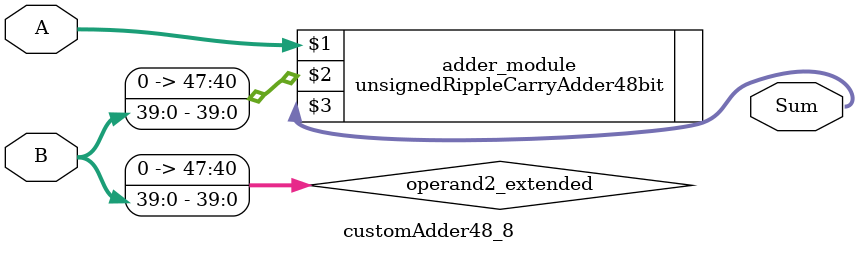
<source format=v>
module customAdder48_8(
                        input [47 : 0] A,
                        input [39 : 0] B,
                        
                        output [48 : 0] Sum
                );

        wire [47 : 0] operand2_extended;
        
        assign operand2_extended =  {8'b0, B};
        
        unsignedRippleCarryAdder48bit adder_module(
            A,
            operand2_extended,
            Sum
        );
        
        endmodule
        
</source>
